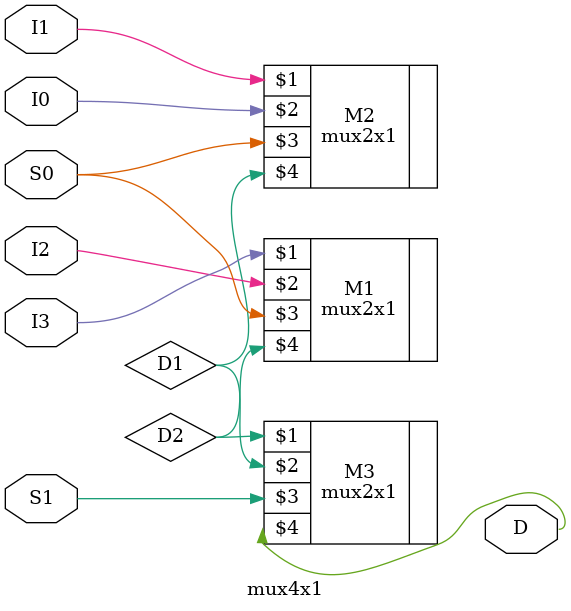
<source format=v>
`timescale 1ns / 1ps
`timescale 1 ns/1 ns

module mux4x1(I3, I2, I1, I0, S1, S0, D);

	input I3, I2, I1, I0, S1, S0;
	output D;
	
	wire D1, D2;
	//assign D = (((I3*S1) + (I2*~S1))*S0) + (((I1*S1) + (I0*~S1))*~S0);
	mux2x1 M1(I3, I2, S0, D2);
	mux2x1 M2(I1, I0, S0, D1);
	mux2x1 M3(D2, D1, S1, D);
	
endmodule

</source>
